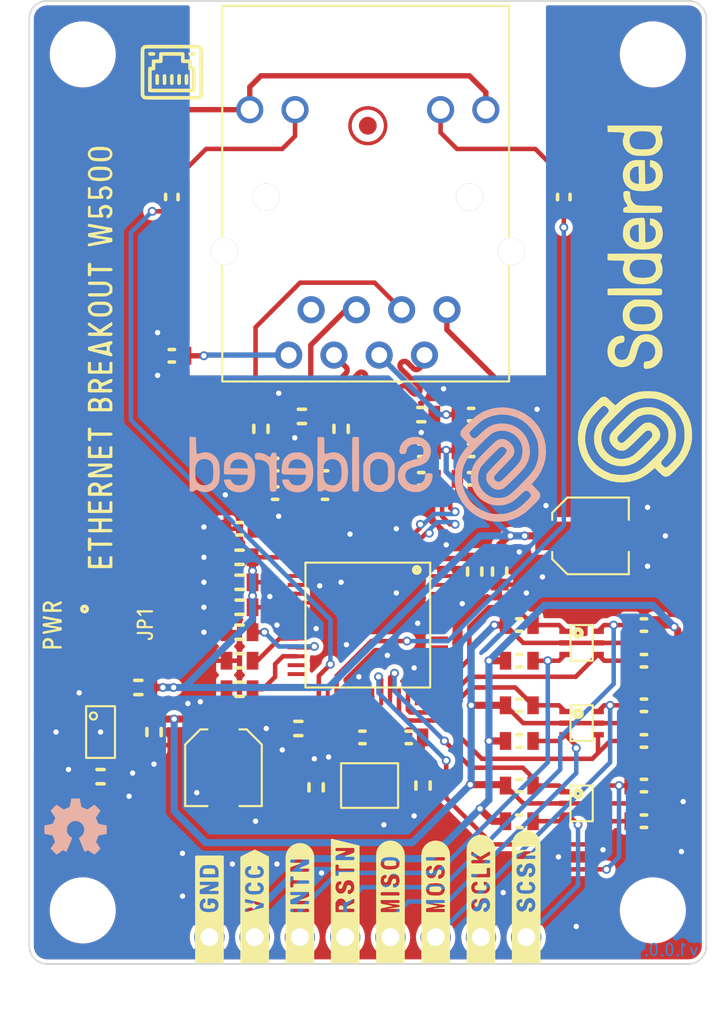
<source format=kicad_pcb>
(kicad_pcb (version 20210623) (generator pcbnew)
  (layers (0 "F.Cu" signal) (31 "B.Cu" signal) (34 "B.Paste" user) (35 "F.Paste" user) (36 "B.SilkS" user "B.Silkscreen") (37 "F.SilkS" user "F.Silkscreen") (38 "B.Mask" user) (39 "F.Mask" user) (44 "Edge.Cuts" user))
  (net 0 "")
  (net 1 "3V3_A")
  (net 2 "GND")
  (net 3 "Net-(C7-Pad2)")
  (net 4 "Net-(C11-Pad2)")
  (net 5 "Net-(C12-Pad2)")
  (net 6 "Net-(C13-Pad2)")
  (net 7 "3V3")
  (net 8 "Net-(C16-Pad2)")
  (net 9 "Net-(C17-Pad2)")
  (net 10 "VCC")
  (net 11 "Net-(D1-Pad1)")
  (net 12 "Net-(JP1-Pad2)")
  (net 14 "CGND")
  (net 15 "Net-(K1-Pad10)")
  (net 16 "Net-(K1-Pad11)")
  (net 17 "RSTn_H")
  (net 18 "INTn_H")
  (net 19 "SCSn_H")
  (net 20 "SCLK_H")
  (net 21 "MISO_H")
  (net 22 "MOSI_H")
  (net 23 "Net-(R5-Pad2)")
  (net 24 "LINKLED")
  (net 25 "ACTLED")
  (net 26 "Net-(R14-Pad2)")
  (net 27 "SCSn_L")
  (net 28 "MISO_L")
  (net 29 "INTn_L")
  (net 30 "SCLK_L")
  (net 31 "MOSI_L")
  (net 32 "RSTn_L")
  (net 45 "PMODE2")
  (net 46 "PMODE1")
  (net 47 "PMODE0")
  (net 51 "TX-")
  (net 52 "TX+")
  (net 53 "RX-")
  (net 54 "RX+")
  (net 55 "/RXN")
  (net 56 "/RXP")
  (net 57 "/TXP")
  (net 58 "/TXN")
  (net 59 "Net-(C9-Pad2)")
  (net 60 "Net-(C10-Pad2)")
  (footprint "buzzardLabel" (layer "F.Cu") (at 112.65 130.4 90)
    (fp_text reference "")
    (fp_text value "")
  )
  (footprint "e-radionica.com footprinti:0603R" (layer "F.Cu") (at 127.5 113)
    (fp_text reference "R22")
    (fp_text value "10k")
  )
  (footprint "e-radionica.com footprinti:0603R" (layer "F.Cu") (at 134.5 122 180)
    (fp_text reference "R24")
    (fp_text value "10k")
  )
  (footprint "Soldered Graphics:Logo-Back-OSH-3.5mm" (layer "F.Cu") (at 102.6 122.3)
    (fp_text reference "G***" hide)
    (fp_text value "LOGO" hide)
  )
  (footprint "e-radionica.com footprinti:0603C" (layer "F.Cu") (at 111.8 107.2)
    (fp_text reference "C4")
    (fp_text value "100n")
  )
  (footprint "e-radionica.com footprinti:0603R" (layer "F.Cu") (at 122 101.2)
    (fp_text reference "R6")
    (fp_text value "49R9 1%")
  )
  (footprint "e-radionica.com footprinti:0603R" (layer "F.Cu") (at 108 95.9)
    (fp_text reference "R16")
    (fp_text value "0R")
  )
  (footprint "e-radionica.com footprinti:0603R" (layer "F.Cu") (at 127.5 111 180)
    (fp_text reference "R21")
    (fp_text value "10k")
  )
  (footprint "e-radionica.com footprinti:HOLE_3.2mm" (layer "F.Cu") (at 103 127)
    (fp_text reference "H1" hide)
    (fp_text value "HOLE_3.2mm" hide)
  )
  (footprint "e-radionica.com footprinti:0603R" (layer "F.Cu") (at 134.5 117.5 180)
    (fp_text reference "R26")
    (fp_text value "10k")
  )
  (footprint "e-radionica.com footprinti:WIZnet W5500" (layer "F.Cu") (at 119 111 -90)
    (fp_text reference "U1")
    (fp_text value "WIZnet_W5500")
  )
  (footprint "e-radionica.com footprinti:0603C" (layer "F.Cu") (at 117.5 100 -90)
    (fp_text reference "C9")
    (fp_text value "6n8")
  )
  (footprint "e-radionica.com footprinti:0603C" (layer "F.Cu") (at 111.8 113)
    (fp_text reference "C12")
    (fp_text value "4u7")
  )
  (footprint "e-radionica.com footprinti:0603C" (layer "F.Cu") (at 111.8 111.4)
    (fp_text reference "C8")
    (fp_text value "100n")
  )
  (footprint "buzzardLabel" (layer "F.Cu") (at 101.3 111 90)
    (fp_text reference "")
    (fp_text value "")
  )
  (footprint "e-radionica.com footprinti:0603C" (layer "F.Cu") (at 104 119.5 180)
    (fp_text reference "C18")
    (fp_text value "2.2uF")
  )
  (footprint "e-radionica.com footprinti:0603R" (layer "F.Cu") (at 134.5 120)
    (fp_text reference "R23")
    (fp_text value "10k")
  )
  (footprint "e-radionica.com footprinti:ELECTROLITIC_CAP_4mm" (layer "F.Cu") (at 110.9 119 -90)
    (fp_text reference "C15")
    (fp_text value "EDK106M016A9BAA")
  )
  (footprint "e-radionica.com footprinti:0603C" (layer "F.Cu") (at 126.4 108 90)
    (fp_text reference "C3")
    (fp_text value "100n")
  )
  (footprint "buzzardLabel" (layer "F.Cu") (at 122.81 130.4 90)
    (fp_text reference "")
    (fp_text value "")
  )
  (footprint "e-radionica.com footprinti:0603C" (layer "F.Cu") (at 111.8 110)
    (fp_text reference "C6")
    (fp_text value "100n")
  )
  (footprint "e-radionica.com footprinti:0603R" (layer "F.Cu") (at 124.8 99.2)
    (fp_text reference "R10")
    (fp_text value "10R 1%")
  )
  (footprint "e-radionica.com footprinti:HOLE_3.2mm" (layer "F.Cu") (at 103 79)
    (fp_text reference "H3" hide)
    (fp_text value "HOLE_3.2mm" hide)
  )
  (footprint "buzzardLabel" (layer "F.Cu") (at 110.11 130.4 90)
    (fp_text reference "")
    (fp_text value "")
  )
  (footprint "e-radionica.com footprinti:HOLE_3.2mm" (layer "F.Cu") (at 135 127)
    (fp_text reference "H2" hide)
    (fp_text value "HOLE_3.2mm" hide)
  )
  (footprint "e-radionica.com footprinti:0603R" (layer "F.Cu") (at 130 87 -90)
    (fp_text reference "R12")
    (fp_text value "330R")
  )
  (footprint "e-radionica.com footprinti:0603R" (layer "F.Cu") (at 127.5 117.5)
    (fp_text reference "R20")
    (fp_text value "10k")
  )
  (footprint "e-radionica.com footprinti:0603L" (layer "F.Cu") (at 106.1 114.5)
    (fp_text reference "L1")
    (fp_text value "MMZ1608S601ATA00")
  )
  (footprint "e-radionica.com footprinti:0603R" (layer "F.Cu") (at 118.7 117.3)
    (fp_text reference "R14")
    (fp_text value "1M")
  )
  (footprint "e-radionica.com footprinti:0603R" (layer "F.Cu") (at 108 87 -90)
    (fp_text reference "R11")
    (fp_text value "330R")
  )
  (footprint "e-radionica.com footprinti:0603R" (layer "F.Cu") (at 121.3 117.3 180)
    (fp_text reference "R15")
    (fp_text value "0R")
  )
  (footprint "e-radionica.com footprinti:0603C" (layer "F.Cu") (at 111.8 114.6)
    (fp_text reference "C13")
    (fp_text value "10n")
  )
  (footprint "e-radionica.com footprinti:SMD-JUMPER-CONNECTED_TRACE_SLODERMASK" (layer "F.Cu") (at 105.3 111 90)
    (fp_text reference "JP1")
    (fp_text value "SMD-JUMPER-CONNECTED_TRACE_SLODERMASK")
  )
  (footprint "e-radionica.com footprinti:0603C" (layer "F.Cu") (at 122.1 120 90)
    (fp_text reference "C17")
    (fp_text value "18pF")
  )
  (footprint "e-radionica.com footprinti:0603C" (layer "F.Cu") (at 116.1 120.1 -90)
    (fp_text reference "C16")
    (fp_text value "18pF")
  )
  (footprint "buzzardLabel" (layer "F.Cu") (at 104 96 90)
    (fp_text reference "")
    (fp_text value "")
  )
  (footprint "e-radionica.com footprinti:0603R" (layer "F.Cu") (at 116.6 103.6)
    (fp_text reference "R3")
    (fp_text value "33R")
  )
  (footprint "e-radionica.com footprinti:SOT-23-5" (layer "F.Cu") (at 104 117)
    (fp_text reference "U2")
    (fp_text value "SE5218")
  )
  (footprint "Soldered Graphics:Symbol-Front-Ethernet" (layer "F.Cu") (at 108 80 180)
    (fp_text reference "G***" hide)
    (fp_text value "LOGO" hide)
  )
  (footprint "e-radionica.com footprinti:0603C" (layer "F.Cu") (at 107 117 90)
    (fp_text reference "C19")
    (fp_text value "2.2uF")
  )
  (footprint "e-radionica.com footprinti:0402R" (layer "F.Cu") (at 103.8 111 -90)
    (fp_text reference "R13")
    (fp_text value "2k2")
  )
  (footprint "e-radionica.com footprinti:0603R" (layer "F.Cu") (at 113.8 103.6 180)
    (fp_text reference "R4")
    (fp_text value "33R")
  )
  (footprint "e-radionica.com footprinti:CRYSTAL_3225__4_PAD" (layer "F.Cu") (at 119.1 120)
    (fp_text reference "X1")
    (fp_text value "TSX-3225 25.0000MF10P-C3")
  )
  (footprint "e-radionica.com footprinti:0603R" (layer "F.Cu") (at 127.5 115.5 180)
    (fp_text reference "R19")
    (fp_text value "10k")
  )
  (footprint "e-radionica.com footprinti:HEADER_MALE_8X1" (layer "F.Cu") (at 119 128.5)
    (fp_text reference "K2")
    (fp_text value "HEADER_MALE_8X1")
  )
  (footprint "e-radionica.com footprinti:ELECTROLITIC_CAP_4mm" (layer "F.Cu") (at 131.5 106)
    (fp_text reference "C1")
    (fp_text value "EDK106M016A9BAA")
  )
  (footprint "Soldered Graphics:Logo-Front-SolderedFULL-20mm" (layer "F.Cu") (at 134 93 90)
    (fp_text reference "REF**" hide)
    (fp_text value "Logo-Front-SolderedFULL-20mm" hide)
  )
  (footprint "e-radionica.com footprinti:0603C" (layer "F.Cu") (at 113 100 -90)
    (fp_text reference "C10")
    (fp_text value "6n8")
  )
  (footprint "e-radionica.com footprinti:0603R" (layer "F.Cu") (at 122 102.8 180)
    (fp_text reference "R1")
    (fp_text value "33R")
  )
  (footprint "Soldered Graphics:Logo-Back-SolderedFULL-20mm" (layer "F.Cu") (at 119 102)
    (fp_text reference "REF**" hide)
    (fp_text value "Logo-Front-SolderedFULL-20mm" hide)
  )
  (footprint "buzzardLabel" (layer "F.Cu") (at 127.89 130.4 90)
    (fp_text reference "")
    (fp_text value "")
  )
  (footprint "e-radionica.com footprinti:0603R" (layer "F.Cu") (at 124.8 101.2 180)
    (fp_text reference "R8")
    (fp_text value "49R9 1%")
  )
  (footprint "e-radionica.com footprinti:0603C" (layer "F.Cu") (at 125 108 90)
    (fp_text reference "C2")
    (fp_text value "100n")
  )
  (footprint "buzzardLabel" (layer "F.Cu") (at 125.35 130.4 90)
    (fp_text reference "")
    (fp_text value "")
  )
  (footprint "buzzardLabel" (layer "F.Cu") (at 106.5 111 90)
    (fp_text reference "")
    (fp_text value "")
  )
  (footprint "e-radionica.com footprinti:0603R" (layer "F.Cu") (at 124.8 102.8)
    (fp_text reference "R2")
    (fp_text value "33R")
  )
  (footprint "e-radionica.com footprinti:0603R" (layer "F.Cu") (at 127.5 122)
    (fp_text reference "R18")
    (fp_text value "10k")
  )
  (footprint "buzzardLabel" (layer "F.Cu") (at 117.73 130.4 90)
    (fp_text reference "")
    (fp_text value "")
  )
  (footprint "e-radionica.com footprinti:0603R" (layer "F.Cu") (at 134.5 111)
    (fp_text reference "R27")
    (fp_text value "10k")
  )
  (footprint "e-radionica.com footprinti:0603R" (layer "F.Cu") (at 116.6 102)
    (fp_text reference "R9")
    (fp_text value "49R9 1%")
  )
  (footprint "e-radionica.com footprinti:SOT-363" (layer "F.Cu") (at 131 121)
    (fp_text reference "U3")
    (fp_text value "NMOS-DUAL")
  )
  (footprint "e-radionica.com footprinti:0603R" (layer "F.Cu") (at 134.5 115.5)
    (fp_text reference "R25")
    (fp_text value "10k")
  )
  (footprint "buzzardLabel" (layer "F.Cu") (at 115.19 130.4 90)
    (fp_text reference "")
    (fp_text value "")
  )
  (footprint "e-radionica.com footprinti:0603R" (layer "F.Cu") (at 113.8 102 180)
    (fp_text reference "R7")
    (fp_text value "49R9 1%")
  )
  (footprint "e-radionica.com footprinti:FIDUCIAL_23" (layer "F.Cu") (at 119 83)
    (fp_text reference "FD1")
    (fp_text value "FIDUCIAL")
  )
  (footprint "e-radionica.com footprinti:0603R" (layer "F.Cu") (at 111.8 105.6)
    (fp_text reference "R5")
    (fp_text value "12k4_1%")
  )
  (footprint "e-radionica.com footprinti:0603C" (layer "F.Cu") (at 115.1 116.8)
    (fp_text reference "C14")
    (fp_text value "100n")
  )
  (footprint "e-radionica.com footprinti:0603R" (layer "F.Cu") (at 127.5 120 180)
    (fp_text reference "R17")
    (fp_text value "10k")
  )
  (footprint "e-radionica.com footprinti:HR913550A" (layer "F.Cu") (at 119 87)
    (fp_text reference "K1")
    (fp_text value "HR_913550A")
  )
  (footprint "e-radionica.com footprinti:SOT-363" (layer "F.Cu") (at 131 116.5)
    (fp_text reference "U4")
    (fp_text value "NMOS-DUAL")
  )
  (footprint "e-radionica.com footprinti:0402LED" (layer "F.Cu") (at 102.5 111 90)
    (fp_text reference "D1")
    (fp_text value "purple")
  )
  (footprint "e-radionica.com footprinti:SOT-363" (layer "F.Cu") (at 131 112)
    (fp_text reference "U5")
    (fp_text value "NMOS-DUAL")
  )
  (footprint "e-radionica.com footprinti:0603C" (layer "F.Cu") (at 111.8 108.6)
    (fp_text reference "C5")
    (fp_text value "100n")
  )
  (footprint "e-radionica.com footprinti:0603C" (layer "F.Cu") (at 115.3 99.3)
    (fp_text reference "C7")
    (fp_text value "10n")
  )
  (footprint "buzzardLabel" (layer "F.Cu") (at 120.27 130.4 90)
    (fp_text reference "")
    (fp_text value "")
  )
  (footprint "e-radionica.com footprinti:HOLE_3.2mm" (layer "F.Cu") (at 135 79)
    (fp_text reference "H4" hide)
    (fp_text value "HOLE_3.2mm" hide)
  )
  (footprint "e-radionica.com footprinti:0603C" (layer "F.Cu") (at 122 99.2)
    (fp_text reference "C11")
    (fp_text value "22n")
  )
  (footprint "e-radionica.com footprinti:0603R" (layer "F.Cu") (at 134.5 113 180)
    (fp_text reference "R28")
    (fp_text value "10k")
  )
  (footprint "Soldered Graphics:Version1.0.0." (layer "B.Cu") (at 136 129.2 180)
    (fp_text reference "Ref**" hide)
    (fp_text value "Val**" hide)
  )
  (gr_line (start 101 76) (end 137 76) (layer "Edge.Cuts") (width 0.1))
  (gr_arc (start 137 129) (end 137 130) (angle -90) (layer "Edge.Cuts") (width 0.1))
  (gr_arc (start 137 77) (end 137 76) (angle 90) (layer "Edge.Cuts") (width 0.1))
  (gr_line (start 100 129) (end 100 77) (layer "Edge.Cuts") (width 0.1))
  (gr_line (start 138 77) (end 138 129) (layer "Edge.Cuts") (width 0.1))
  (gr_arc (start 101 77) (end 101 76) (angle -90) (layer "Edge.Cuts") (width 0.1))
  (gr_line (start 137 130) (end 101 130) (layer "Edge.Cuts") (width 0.1))
  (gr_arc (start 101 129) (end 101 130) (angle 90) (layer "Edge.Cuts") (width 0.1))
  (segment (start 106.85 114.5) (end 107.5 114.5) (width 0.4) (layer "F.Cu") (net 1))
  (segment (start 115 110.25) (end 113.45 110.25) (width 0.254) (layer "F.Cu") (net 1))
  (segment (start 113.2 111.4) (end 112.53 111.4) (width 0.254) (layer "F.Cu") (net 1))
  (segment (start 116.013022 108) (end 115.213022 107.2) (width 0.254) (layer "F.Cu") (net 1))
  (segment (start 114.35 109.25) (end 113.7 108.6) (width 0.254) (layer "F.Cu") (net 1))
  (segment (start 118.25 108.05) (end 118.5 108.3) (width 0.254) (layer "F.Cu") (net 1))
  (segment (start 115 109.25) (end 114.35 109.25) (width 0.254) (layer "F.Cu") (net 1))
  (segment (start 112.53 107.97) (end 112.53 109.37) (width 0.4) (layer "F.Cu") (net 1))
  (segment (start 127.8 106) (end 127 106) (width 0.4) (layer "F.Cu") (net 1))
  (segment (start 125 107.27) (end 122.600489 107.27) (width 0.3) (layer "F.Cu") (net 1))
  (segment (start 113.45 110.25) (end 113.2 110) (width 0.254) (layer "F.Cu") (net 1))
  (segment (start 120.25 107) (end 120.25 107.85) (width 0.254) (layer "F.Cu") (net 1))
  (segment (start 115.213022 107.2) (end 112.53 107.2) (width 0.254) (layer "F.Cu") (net 1))
  (segment (start 115.95 112.25) (end 116 112.2) (width 0.254) (layer "F.Cu") (net 1))
  (segment (start 108.1 114.5) (end 107.5 114.5) (width 0.4) (layer "F.Cu") (net 1))
  (segment (start 126.4 107.27) (end 125 107.27) (width 0.4) (layer "F.Cu") (net 1))
  (segment (start 116.6 108) (end 116.013022 108) (width 0.254) (layer "F.Cu") (net 1))
  (segment (start 121.570489 108.3) (end 118.5 108.3) (width 0.3) (layer "F.Cu") (net 1))
  (segment (start 115 112.25) (end 115.95 112.25) (width 0.254) (layer "F.Cu") (net 1))
  (segment (start 126.4 106.5) (end 126.4 107.27) (width 0.4) (layer "F.Cu") (net 1))
  (segment (start 113.7 108.6) (end 112.53 108.6) (width 0.254) (layer "F.Cu") (net 1))
  (segment (start 127 106) (end 126.9 106) (width 0.4) (layer "F.Cu") (net 1))
  (segment (start 124.025 101.075) (end 125 100.1) (width 0.3) (layer "F.Cu") (net 1))
  (segment (start 112.53 109.37) (end 112.53 111.4) (width 0.4) (layer "F.Cu") (net 1))
  (segment (start 126.9 106) (end 126.4 106.5) (width 0.4) (layer "F.Cu") (net 1))
  (segment (start 112.53 107.2) (end 112.53 107.97) (width 0.4) (layer "F.Cu") (net 1))
  (segment (start 113.2 110) (end 112.53 110) (width 0.254) (layer "F.Cu") (net 1))
  (segment (start 118.25 107) (end 118.25 108.05) (width 0.254) (layer "F.Cu") (net 1))
  (segment (start 120.25 107.85) (end 120.7 108.3) (width 0.254) (layer "F.Cu") (net 1))
  (segment (start 116.75 107.85) (end 116.6 108) (width 0.254) (layer "F.Cu") (net 1))
  (segment (start 116.75 107) (end 116.75 107.85) (width 0.254) (layer "F.Cu") (net 1))
  (segment (start 125 100.1) (end 125.575 99.525) (width 0.3) (layer "F.Cu") (net 1))
  (segment (start 124.025 101.2) (end 124.025 101.075) (width 0.3) (layer "F.Cu") (net 1))
  (segment (start 122.600489 107.27) (end 121.570489 108.3) (width 0.3) (layer "F.Cu") (net 1))
  (segment (start 125.575 99.525) (end 125.575 99.2) (width 0.3) (layer "F.Cu") (net 1))
  (segment (start 122.775 101.2) (end 124.025 101.2) (width 0.3) (layer "F.Cu") (net 1))
  (segment (start 127.8 106) (end 129.7 106) (width 0.4) (layer "F.Cu") (net 1))
  (via (at 112.53 109.37) (size 0.5) (drill 0.3) (layers "F.Cu" "B.Cu") (net 1))
  (via (at 127.8 106) (size 0.5) (drill 0.3) (layers "F.Cu" "B.Cu") (net 1))
  (via (at 113.2 111.4) (size 0.5) (drill 0.3) (layers "F.Cu" "B.Cu") (net 1))
  (via (at 116 112.2) (size 0.5) (drill 0.3) (layers "F.Cu" "B.Cu") (net 1))
  (via (at 108.1 114.5) (size 0.5) (drill 0.3) (layers "F.Cu" "B.Cu") (net 1))
  (via (at 127 106) (size 0.5) (drill 0.3) (layers "F.Cu" "B.Cu") (net 1))
  (via (at 107.5 114.5) (size 0.5) (drill 0.3) (layers "F.Cu" "B.Cu") (net 1))
  (via (at 112.53 107.97) (size 0.5) (drill 0.3) (layers "F.Cu" "B.Cu") (net 1))
  (via (at 123.4 101.2) (size 0.5) (drill 0.3) (layers "F.Cu" "B.Cu") (net 1))
  (segment (start 114 112.2) (end 113.2 111.4) (width 0.254) (layer "B.Cu") (net 1))
  (segment (start 125.3 106) (end 127.8 106) (width 0.4) (layer "B.Cu") (net 1))
  (segment (start 112.53 109.37) (end 112.53 107.97) (width 0.4) (layer "B.Cu") (net 1))
  (segment (start 108.7 114.5) (end 112.53 110.67) (width 0.4) (layer "B.Cu") (net 1))
  (segment (start 108.7 114.5) (end 116.8 114.5) (width 0.4) (layer "B.Cu") (net 1))
  (segment (start 116 112.2) (end 114 112.2) (width 0.254) (layer "B.Cu") (net 1))
  (segment (start 116.8 114.5) (end 125.3 106) (width 0.4) (layer "B.Cu") (net 1))
  (segment (start 112.53 110.67) (end 112.53 109.37) (width 0.4) (layer "B.Cu") (net 1))
  (segment (start 123.4 101.2) (end 123.4 102.4) (width 0.3) (layer "B.Cu") (net 1))
  (segment (start 123.4 102.4) (end 127 106) (width 0.3) (layer "B.Cu") (net 1))
  (segment (start 107.5 114.5) (end 108.1 114.5) (width 0.4) (layer "B.Cu") (net 1))
  (segment (start 108.1 114.5) (end 108.7 114.5) (width 0.4) (layer "B.Cu") (net 1))
  (via (at 118.5 113.9) (size 0.5) (drill 0.3) (layers "F.Cu" "B.Cu") (net 2))
  (via (at 120.6 105.6) (size 0.5) (drill 0.3) (layers "F.Cu" "B.Cu") (net 2))
  (via (at 128.8 108.3) (size 0.5) (drill 0.3) (layers "F.Cu" "B.Cu") (net 2))
  (via (at 129 104.3) (size 0.5) (drill 0.3) (layers "F.Cu" "B.Cu") (net 2))
  (via (at 114 98) (size 0.5) (drill 0.3) (layers "F.Cu" "B.Cu") (net 2))
  (via (at 128.5 98.9) (size 0.5) (drill 0.3) (layers "F.Cu" "B.Cu") (net 2))
  (via (at 109.8 105.5) (size 0.5) (drill 0.3) (layers "F.Cu" "B.Cu") (net 2))
  (via (at 121.6 121.7) (size 0.5) (drill 0.3) (layers "F.Cu" "B.Cu") (net 2))
  (via (at 116.4 124.9) (size 0.5) (drill 0.3) (layers "F.Cu" "B.Cu") (net 2))
  (via (at 123.4 106.5) (size 0.5) (drill 0.3) (layers "F.Cu" "B.Cu") (net 2))
  (via (at 113.5 109.4) (size 0.5) (drill 0.3) (layers "F.Cu" "B.Cu") (net 2))
  (via (at 121.8 110.9) (size 0.5) (drill 0.3) (layers "F.Cu" "B.Cu") (net 2))
  (via (at 135.7 106) (size 0.5) (drill 0.3) (layers "F.Cu" "B.Cu") (net 2))
  (via (at 124.3 109.8) (size 0.5) (drill 0.3) (layers "F.Cu" "B.Cu") (net 2))
  (via (at 130.7 127.9) (size 0.5) (drill 0.3) (layers "F.Cu" "B.Cu") (net 2))
  (via (at 108.6 123.8) (size 0.5) (drill 0.3) (layers "F.Cu" "B.Cu") (net 2))
  (via (at 134.7 104.4) (size 0.5) (drill 0.3) (layers "F.Cu" "B.Cu") (net 2))
  (via (at 129.7 124) (size 0.5) (drill 0.3) (layers "F.Cu" "B.Cu") (net 2))
  (via (at 105.6 120.6) (size 0.5) (drill 0.3) (layers "F.Cu" "B.Cu") (net 2))
  (via (at 111 103.7) (size 0.5) (drill 0.3) (layers "F.Cu" "B.Cu") (net 2))
  (via (at 117.8 112.1) (size 0.5) (drill 0.3) (layers "F.Cu" "B.Cu") (net 2))
  (via (at 109.4 120.4) (size 0.5) (drill 0.3) (layers "F.Cu" "B.Cu") (net 2))
  (via (at 116 118.5) (size 0.5) (drill 0.3) (layers "F.Cu" "B.Cu") (net 2))
  (via (at 121.6 113.4) (size 0.5) (drill 0.3) (layers "F.Cu" "B.Cu") (net 2))
  (via (at 120.6 109.2) (size 0.5) (drill 0.3) (layers "F.Cu" "B.Cu") (net 2))
  (via (at 119.9 122.2) (size 0.5) (drill 0.3) (layers "F.Cu" "B.Cu") (net 2))
  (via (at 104 117) (size 0.5) (drill 0.3) (layers "F.Cu" "B.Cu") (net 2))
  (via (at 134.7 107.7) (size 0.5) (drill 0.3) (layers "F.Cu" "B.Cu") (net 2))
  (via (at 109.8 108.6) (size 0.5) (drill 0.3) (layers "F.Cu" "B.Cu") (net 2))
  (via (at 113.9 111) (size 0.5) (drill 0.3) (layers "F.Cu" "B.Cu") (net 2))
  (via (at 111.4 124.4) (size 0.5) (drill 0.3) (layers "F.Cu" "B.Cu") (net 2))
  (via (at 109.8 110) (size 0.5) (drill 0.3) (layers "F.Cu" "B.Cu") (net 2))
  (via (at 116.8 118.4) (size 0.5) (drill 0.3) (layers "F.Cu" "B.Cu") (net 2))
  (via (at 107.2 97) (size 0.5) (drill 0.3) (layers "F.Cu" "B.Cu") (net 2))
  (via (at 109.8 111.4) (size 0.5) (drill 0.3) (layers "F.Cu" "B.Cu") (net 2))
  (via (at 114.2 118) (size 0.5) (drill 0.3) (layers "F.Cu" "B.Cu") (net 2))
  (via (at 107.2 94.6) (size 0.5) (drill 0.3) (layers "F.Cu" "B.Cu") (net 2))
  (via (at 102.2 119.1) (size 0.5) (drill 0.3) (layers "F.Cu" "B.Cu") (net 2))
  (via (at 101.5 117) (size 0.5) (drill 0.3) (layers "F.Cu" "B.Cu") (net 2))
  (via (at 108.6 126.2) (size 0.5) (drill 0.3) (layers "F.Cu" "B.Cu") (net 2))
  (via (at 114.9 100.5) (size 0.5) (drill 0.3) (layers "F.Cu" "B.Cu") (net 2))
  (via (at 105.8 119.3) (size 0.5) (drill 0.3) (layers "F.Cu" "B.Cu") (net 2))
  (via (at 109.6 115.3) (size 0.5) (drill 0.3) (layers "F.Cu" "B.Cu") (net 2))
  (via (at 102.8 114.8) (size 0.5) (drill 0.3) (layers "F.Cu" "B.Cu") (net 2))
  (via (at 127.9 109.2) (size 0.5) (drill 0.3) (layers "F.Cu" "B.Cu") (net 2))
  (via (at 116.3 108.8) (size 0.5) (drill 0.3) (layers "F.Cu" "B.Cu") (net 2))
  (via (at 123.25 97.75) (size 0.5) (drill 0.3) (layers "F.Cu" "B.Cu") (net 2))
  (via (at 127.5 106.9) (size 0.5) (drill 0.3) (layers "F.Cu" "B.Cu") (net 2))
  (via (at 136.7 120.9) (size 0.5) (drill 0.3) (layers "F.Cu" "B.Cu") (net 2))
  (via (at 132.2 123.6) (size 0.5) (drill 0.3) (layers "F.Cu" "B.Cu") (net 2))
  (via (at 120.1 112.7) (size 0.5) (drill 0.3) (layers "F.Cu" "B.Cu") (net 2))
  (via (at 136.6 123.7) (size 0.5) (drill 0.3) (layers "F.Cu" "B.Cu") (net 2))
  (via (at 112.7 122) (size 0.5) (drill 0.3) (layers "F.Cu" "B.Cu") (net 2))
  (via (at 113.9 124.4) (size 0.5) (drill 0.3) (layers "F.Cu" "B.Cu") (net 2))
  (via (at 126.6 126) (size 0.5) (drill 0.3) (layers "F.Cu" "B.Cu") (net 2))
  (via (at 108.9 115.4) (size 0.5) (drill 0.3) (layers "F.Cu" "B.Cu") (net 2))
  (via (at 116.1 111.2) (size 0.5) (drill 0.3) (layers "F.Cu" "B.Cu") (net 2))
  (via (at 114 104.9) (size 0.5) (drill 0.3) (layers "F.Cu" "B.Cu") (net 2))
  (via (at 113.3 116.8) (size 0.5) (drill 0.3) (layers "F.Cu" "B.Cu") (net 2))
  (via (at 122 100.2) (size 0.5) (drill 0.3) (layers "F.Cu" "B.Cu") (net 2))
  (via (at 109.8 107.2) (size 0.5) (drill 0.3) (layers "F.Cu" "B.Cu") (net 2))
  (via (at 107 118.8) (size 0.5) (drill 0.3) (layers "F.Cu" "B.Cu") (net 2))
  (via (at 118 105.9) (size 0.5) (drill 0.3) (layers "F.Cu" "B.Cu") (net 2))
  (via (at 117.5 108.6) (size 0.5) (drill 0.3) (layers "F.Cu" "B.Cu") (net 2))
  (segment (start 118.36 93.32) (end 117.78 93.32) (width 0.3) (layer "F.Cu") (net 3))
  (segment (start 115.8 95.3) (end 115.8 97.9) (width 0.3) (layer "F.Cu") (net 3))
  (segment (start 116.03 100.67) (end 116.03 99.3) (width 0.3) (layer "F.Cu") (net 3))
  (segment (start 114.575 102) (end 115.825 102) (width 0.3) (layer "F.Cu") (net 3))
  (segment (start 115.8 97.9) (end 116.03 98.13) (width 0.3) (layer "F.Cu") (net 3))
  (segment (start 117.78 93.32) (end 115.8 95.3) (width 0.3) (layer "F.Cu") (net 3))
  (segment (start 116.03 98.13) (end 116.03 99.3) (width 0.3) (layer "F.Cu") (net 3))
  (segment (start 115.825 100.875) (end 116.03 100.67) (width 0.3) (layer "F.Cu") (net 3))
  (segment (start 115.825 102) (end 115.825 100.875) (width 0.3) (layer "F.Cu") (net 3))
  (segment (start 124.025 99.2) (end 123.4 99.2) (width 0.3) (layer "F.Cu") (net 4))
  (segment (start 123.4 99.2) (end 122.73 99.2) (width 0.3) (layer "F.Cu") (net 4))
  (via (at 123.4 99.2) (size 0.5) (drill 0.3) (layers "F.Cu" "B.Cu") (net 4))
  (segment (start 122.98 99.2) (end 123.4 99.2) (width 0.3) (layer "B.Cu") (net 4))
  (segment (start 119.64 95.86) (end 122.98 99.2) (width 0.3) (layer "B.Cu") (net 4))
  (segment (start 114.05 111.75) (end 112.8 113) (width 0.254) (layer "F.Cu") (net 5))
  (segment (start 115 111.75) (end 114.05 111.75) (width 0.254) (layer "F.Cu") (net 5))
  (segment (start 112.8 113) (end 112.53 113) (width 0.254) (layer "F.Cu") (net 5))
  (segment (start 113.8 113.186978) (end 113.8 113.9) (width 0.254) (layer "F.Cu") (net 6))
  (segment (start 113.8 113.9) (end 113.1 114.6) (width 0.254) (layer "F.Cu") (net 6))
  (segment (start 113.1 114.6) (end 112.53 114.6) (width 0.254) (layer "F.Cu") (net 6))
  (segment (start 115 112.75) (end 114.236978 112.75) (width 0.254) (layer "F.Cu") (net 6))
  (segment (start 114.236978 112.75) (end 113.8 113.186978) (width 0.254) (layer "F.Cu") (net 6))
  (segment (start 124.8 115.5) (end 126.725 115.5) (width 0.4) (layer "F.Cu") (net 7))
  (segment (start 112.4 115.7) (end 115.4 115.7) (width 0.4) (layer "F.Cu") (net 7))
  (segment (start 105.3 116.05) (end 105.3 114.59) (width 0.4) (layer "F.Cu") (net 7))
  (segment (start 131.92 112) (end 134.6 112) (width 0.254) (layer "F.Cu") (net 7))
  (segment (start 131.92 116.5) (end 130.08 116.5) (width 0.254) (layer "F.Cu") (net 7))
  (segment (start 115.83 116.13) (end 115.83 116.8) (width 0.4) (layer "F.Cu") (net 7))
  (segment (start 103.9 86.9) (end 108.7 82.1) (width 0.3) (layer "F.Cu") (net 7))
  (segment (start 130.08 121) (end 131.92 121) (width 0.254) (layer "F.Cu") (net 7))
  (segment (start 110.9 117.2) (end 112.4 115.7) (width 0.4) (layer "F.Cu") (net 7))
  (segment (start 134.6 112) (end 135.275 112.675) (width 0.254) (layer "F.Cu") (net 7))
  (segment (start 108.97 116.27) (end 107 116.27) (width 0.4) (layer "F.Cu") (net 7))
  (segment (start 106.78 116.05) (end 107 116.27) (width 0.4) (layer "F.Cu") (net 7))
  (segment (start 115.4 115.7) (end 115.83 116.13) (width 0.4) (layer "F.Cu") (net 7))
  (segment (start 113 80.2) (end 112.375 80.825) (width 0.3) (layer "F.Cu") (net 7))
  (segment (start 135.275 121.675) (end 135.275 122) (width 0.254) (layer "F.Cu") (net 7))
  (segment (start 109.9 117.2) (end 108.97 116.27) (width 0.4) (layer "F.Cu") (net 7))
  (segment (start 105.3 111.35) (end 105.39 111.44) (width 0.3) (layer "F.Cu") (net 7))
  (segment (start 134.6 116.5) (end 135.275 117.175) (width 0.254) (layer "F.Cu") (net 7))
  (segment (start 135.275 112.675) (end 135.275 113) (width 0.254) (layer "F.Cu") (net 7))
  (segment (start 107 111.4) (end 107 108.6) (width 0.3) (layer "F.Cu") (net 7))
  (segment (start 130.08 121) (end 127.725 121) (width 0.254) (layer "F.Cu") (net 7))
  (segment (start 105.39 111.44) (end 105.39 113.01) (width 0.3) (layer "F.Cu") (net 7))
  (segment (start 110.9 117.2) (end 109.9 117.2) (width 0.4) (layer "F.Cu") (net 7))
  (segment (start 134.6 121) (end 135.275 121.675) (width 0.254) (layer "F.Cu") (net 7))
  (segment (start 130.08 112) (end 127.725 112) (width 0.254) (layer "F.Cu") (net 7))
  (segment (start 126.1 111) (end 126.725 111) (width 0.4) (layer "F.Cu") (net 7))
  (segment (start 105.3 114.59) (end 105.39 114.5) (width 0.4) (layer "F.Cu") (net 7))
  (segment (start 107 108.6) (end 103.9 105.5) (width 0.3) (layer "F.Cu") (net 7))
  (segment (start 124.75 119.95) (end 126.675 119.95) (width 0.4) (layer "F.Cu") (net 7))
  (segment (start 116.6 116.8) (end 115.83 116.8) (width 0.254) (layer "F.Cu") (net 7))
  (segment (start 130.08 116.5) (end 127.725 116.5) (width 0.254) (layer "F.Cu") (net 7))
  (segment (start 103.9 105.5) (end 103.9 86.9) (width 0.3) (layer "F.Cu") (net 7))
  (segment (start 131.92 112) (end 130.08 112) (width 0.254) (layer "F.Cu") (net 7))
  (segment (start 112.375 80.825) (end 112.375 82.1) (width 0.3) (layer "F.Cu") (net 7))
  (segment (start 124.7 80.2) (end 113 80.2) (width 0.3) (layer "F.Cu") (net 7))
  (segment (start 105.3 116.05) (end 106.78 116.05) (width 0.4) (layer "F.Cu") (net 7))
  (segment (start 135.275 117.175) (end 135.275 117.5) (width 0.254) (layer "F.Cu") (net 7))
  (segment (start 125.625 81.125) (end 124.7 80.2) (width 0.3) (layer "F.Cu") (net 7))
  (segment (start 117.75 115) (end 117.75 115.65) (width 0.254) (layer "F.Cu") (net 7))
  (segment (start 127.725 121) (end 126.725 120) (width 0.254) (layer "F.Cu") (net 7))
  (segment (start 127.725 112) (end 126.725 111) (width 0.254) (layer "F.Cu") (net 7))
  (segment (start 131.92 116.5) (end 134.6 116.5) (width 0.254) (layer "F.Cu") (net 7))
  (segment (start 127.725 116.5) (end 126.725 115.5) (width 0.254) (layer "F.Cu") (net 7))
  (segment (start 108.7 82.1) (end 112.375 82.1) (width 0.3) (layer "F.Cu") (net 7))
  (segment (start 126.675 119.95) (end 126.725 120) (width 0.4) (layer "F.Cu") (net 7))
  (segment (start 131.92 121) (end 134.6 121) (width 0.254) (layer "F.Cu") (net 7))
  (segment (start 105.39 113.01) (end 105.39 114.5) (width 0.3) (layer "F.Cu") (net 7))
  (segment (start 105.39 113.01) (end 107 111.4) (width 0.3) (layer "F.Cu") (net 7))
  (segment (start 117.75 115.65) (end 116.6 116.8) (width 0.254) (layer "F.Cu") (net 7))
  (segment (start 125.625 82.1) (end 125.625 81.125) (width 0.3) (layer "F.Cu") (net 7))
  (via (at 124.75 119.95) (size 0.5) (drill 0.3) (layers "F.Cu" "B.Cu") (net 7))
  (via (at 124.8 115.5) (size 0.5) (drill 0.3) (layers "F.Cu" "B.Cu") (net 7))
  (via (at 126.1 111) (size 0.5) (drill 0.3) (layers "F.Cu" "B.Cu") (net 7))
  (via (at 108.13 116.27) (size 0.5) (drill 0.3) (layers "F.Cu" "B.Cu") (net 7))
  (segment (start 109.9 123.2) (end 121.5 123.2) (width 0.4) (layer "B.Cu") (net 7))
  (segment (start 126.1 111) (end 124.8 112.3) (width 0.4) (layer "B.Cu") (net 7))
  (segment (start 124.8 119.9) (end 124.75 119.95) (width 0.4) (layer "B.Cu") (net 7))
  (segment (start 108.13 116.27) (end 108.13 121.43) (width 0.4) (layer "B.Cu") (net 7))
  (segment (start 124.8 112.3) (end 124.8 119.9) (width 0.4) (layer "B.Cu") (net 7))
  (segment (start 121.8 122.9) (end 124.75 119.95) (width 0.4) (layer "B.Cu") (net 7))
  (segment (start 121.5 123.2) (end 121.8 122.9) (width 0.4) (layer "B.Cu") (net 7))
  (segment (start 108.13 121.43) (end 109.9 123.2) (width 0.4) (layer "B.Cu") (net 7))
  (segment (start 117.2 117.7) (end 118.75 116.15) (width 0.254) (layer "F.Cu") (net 8))
  (segment (start 114.9 118.6) (end 115.8 117.7) (width 0.254) (layer "F.Cu") (net 8))
  (segment (start 115.8 117.7) (end 117.2 117.7) (width 0.254) (layer "F.Cu") (net 8))
  (segment (start 116.13 120.8) (end 116.1 120.83) (width 0.254) (layer "F.Cu") (net 8))
  (segment (start 116.1 120.83) (end 115.43 120.83) (width 0.254) (layer "F.Cu") (net 8))
  (segment (start 118 120.8) (end 116.13 120.8) (width 0.254) (layer "F.Cu") (net 8))
  (segment (start 118.75 116.15) (end 118.75 115) (width 0.254) (layer "F.Cu") (net 8))
  (segment (start 114.9 120.3) (end 114.9 118.6) (width 0.254) (layer "F.Cu") (net 8))
  (segment (start 115.43 120.83) (end 114.9 120.3) (width 0.254) (layer "F.Cu") (net 8))
  (segment (start 122.075 117.4) (end 122.075 119.245) (width 0.254) (layer "F.Cu") (net 9))
  (segment (start 122.03 119.2) (end 122.1 119.27) (width 0.254) (layer "F.Cu") (net 9))
  (segment (start 122.075 119.245) (end 122.1 119.27) (width 0.254) (layer "F.Cu") (net 9))
  (segment (start 120.2 119.2) (end 122.03 119.2) (width 0.254) (layer "F.Cu") (net 9))
  (segment (start 101.05 117.95) (end 102.7 117.95) (width 0.3) (layer "F.Cu") (net 10))
  (segment (start 108 125.1) (end 103.27 120.37) (width 0.5) (layer "F.Cu") (net 10))
  (segment (start 136.4 114.9) (end 136.4 111.3) (width 0.4) (layer "F.Cu") (net 10))
  (segment (start 126.725 113) (end 125.8 113) (width 0.4) (layer "F.Cu") (net 10))
  (segment (start 103.27 120.37) (end 103.27 119.5) (width 0.5) (layer "F.Cu") (net 10))
  (segment (start 110.4 125.1) (end 108 125.1) (width 0.5) (layer "F.Cu") (net 10))
  (segment (start 100.7 117.6) (end 101.05 117.95) (width 0.3) (layer "F.Cu") (net 10))
  (segment (start 126.725 117.5) (end 125.8 117.5) (width 0.4) (layer "F.Cu") (net 10))
  (segment (start 136.4 111.3) (end 136.2 111.1) (width 0.4) (layer "F.Cu") (net 10))
  (segment (start 101.05 116.05) (end 100.7 116.4) (width 0.3) (layer "F.Cu") (net 10))
  (segment (start 100.7 116.4) (end 100.7 117.6) (width 0.3) (layer "F.Cu") (net 10))
  (segment (start 136.2 111.1) (end 136.1 111) (width 0.4) (layer "F.Cu") (net 10))
  (segment (start 126.725 122) (end 126 122) (width 0.4) (layer "F.Cu") (net 10))
  (segment (start 135.275 115.5) (end 135.8 115.5) (width 0.4) (layer "F.Cu") (net 10))
  (segment (start 135.275 120) (end 136.4 118.875) (width 0.4) (layer "F.Cu") (net 10))
  (segment (start 103.27 118.52) (end 102.7 117.95) (width 0.5) (layer "F.Cu") (net 10))
  (segment (start 135.8 115.5) (end 136.4 114.9) (width 0.4) (layer "F.Cu") (net 10))
  (segment (start 103.27 119.5) (end 103.27 118.52) (width 0.5) (layer "F.Cu") (net 10))
  (segment (start 126 122) (end 125.3 121.3) (width 0.4) (layer "F.Cu") (net 10))
  (segment (start 136.1 111) (end 135.275 111) (width 0.4) (layer "F.Cu") (net 10))
  (segment (start 112.65 128.5) (end 112.65 127.35) (width 0.5) (layer "F.Cu") (net 10))
  (segment (start 102.7 116.05) (end 101.05 116.05) (width 0.3) (layer "F.Cu") (net 10))
  (segment (start 136.4 118.875) (end 136.4 114.9) (width 0.4) (layer "F.Cu") (net 10))
  (segment (start 112.65 127.35) (end 110.4 125.1) (width 0.5) (layer "F.Cu") (net 10))
  (via (at 125.8 117.5) (size 0.5) (drill 0.3) (layers "F.Cu" "B.Cu") (net 10))
  (via (at 125.3 121.3) (size 0.5) (drill 0.3) (layers "F.Cu" "B.Cu") (net 10))
  (via (at 125.8 113) (size 0.5) (drill 0.3) (layers "F.Cu" "B.Cu") (net 10))
  (via (at 136.2 111.1) (size 0.5) (drill 0.3) (layers "F.Cu" "B.Cu") (net 10))
  (segment (start 135 109.9) (end 128.9 109.9) (width 0.4) (layer "B.Cu") (net 10))
  (segment (start 115.7 124.1) (end 112.65 127.15) (width 0.4) (layer "B.Cu") (net 10))
  (segment (start 128.9 109.9) (end 125.8 113) (width 0.4) (layer "B.Cu") (net 10))
  (segment (start 136.2 111.1) (end 135 109.9) (width 0.4) (layer "B.Cu") (net 10))
  (segment (start 125.3 121.3) (end 122.5 124.1) (width 0.4) (layer "B.Cu") (net 10))
  (segment (start 125.8 117.5) (end 125.8 120.8) (width 0.4) (layer "B.Cu") (net 10))
  (segment (start 125.8 120.8) (end 125.3 121.3) (width 0.4) (layer "B.Cu") (net 10))
  (segment (start 122.5 124.1) (end 115.7 124.1) (width 0.4) (layer "B.Cu") (net 10))
  (segment (start 112.65 127.15) (end 112.65 128.5) (width 0.4) (layer "B.Cu") (net 10))
  (segment (start 125.8 113) (end 125.8 117.5) (width 0.4) (layer "B.Cu") (net 10))
  (segment (start 102.55 111.5) (end 102.5 111.55) (width 0.3) (layer "F.Cu") (net 11))
  (segment (start 103.8 111.5) (end 102.55 111.5) (width 0.3) (layer "F.Cu") (net 11))
  (segment (start 105.15 110.5) (end 105.3 110.65) (width 0.3) (layer "F.Cu") (net 12))
  (segment (start 103.8 110.5) (end 105.15 110.5) (width 0.3) (layer "F.Cu") (net 12))
  (segment (start 109.8 95.9) (end 108.775 95.9) (width 0.3) (layer "F.Cu") (net 14))
  (via (at 109.8 95.9) (size 0.5) (drill 0.3) (layers "F.Cu" "B.Cu") (net 14))
  (segment (start 109.84 95.86) (end 109.8 95.9) (width 0.3) (layer "B.Cu") (net 14))
  (segment (start 114.56 95.86) (end 109.84 95.86) (width 0.3) (layer "B.Cu") (net 14))
  (segment (start 130 85.9) (end 128.4 84.3) (width 0.254) (layer "F.Cu") (net 15))
  (segment (start 123.085 83.385) (end 123.085 82.1) (width 0.254) (layer "F.Cu") (net 15))
  (segment (start 130 86.225) (end 130 85.9) (width 0.254) (layer "F.Cu") (net 15))
  (segment (start 128.4 84.3) (end 124 84.3) (width 0.254) (layer "F.Cu") (net 15))
  (segment (start 124 84.3) (end 123.085 83.385) (width 0.254) (layer "F.Cu") (net 15))
  (segment (start 108 86.225) (end 109.925 84.3) (width 0.254) (layer "F.Cu") (net 16))
  (segment (start 109.925 84.3) (end 114.2 84.3) (width 0.254) (layer "F.Cu") (net 16))
  (segment (start 114.2 84.3) (end 114.915 83.585) (width 0.254) (layer "F.Cu") (net 16))
  (segment (start 114.915 83.585) (end 114.915 82.1) (width 0.254) (layer "F.Cu") (net 16))
  (segment (start 132.8 111) (end 132.6 111) (width 0.254) (layer "F.Cu") (net 17))
  (segment (start 132.6 111) (end 132.27 111) (width 0.254) (layer "F.Cu") (net 17))
  (segment (start 133.725 111) (end 132.8 111) (width 0.254) (layer "F.Cu") (net 17))
  (segment (start 132.27 111) (end 131.92 111.35) (width 0.254) (layer "F.Cu") (net 17))
  (via (at 132.8 111) (size 0.5) (drill 0.3) (layers "F.Cu" "B.Cu") (net 17))
  (segment (start 132.8 114.3) (end 132.8 111) (width 0.254) (layer "B.Cu") (net 17))
  (segment (start 117.73 126.67) (end 118.7 125.7) (width 0.254) (layer "B.Cu") (net 17))
  (segment (start 118.7 125.7) (end 123.2 125.7) (width 0.254) (layer "B.Cu") (net 17))
  (segment (start 123.2 125.7) (end 129.8 119.1) (width 0.254) (layer "B.Cu") (net 17))
  (segment (start 129.8 119.1) (end 129.8 117.3) (width 0.254) (layer "B.Cu") (net 17))
  (segment (start 129.8 117.3) (end 132.8 114.3) (width 0.254) (layer "B.Cu") (net 17))
  (segment (start 117.73 128.5) (end 117.73 126.67) (width 0.254) (layer "B.Cu") (net 17))
  (segment (start 128.275 113) (end 129.1 113) (width 0.254) (layer "F.Cu") (net 18))
  (segment (start 129.73 113) (end 130.08 112.65) (width 0.254) (layer "F.Cu") (net 18))
  (segment (start 129.1 113) (end 129.73 113) (width 0.254) (layer "F.Cu") (net 18))
  (via (at 129.1 113) (size 0.5) (drill 0.3) (layers "F.Cu" "B.Cu") (net 18))
  (segment (start 115.19 127.01) (end 117.3 124.9) (width 0.254) (layer "B.Cu") (net 18))
  (segment (start 122.9 124.9) (end 129.1 118.7) (width 0.254) (layer "B.Cu") (net 18))
  (segment (start 117.3 124.9) (end 122.9 124.9) (width 0.254) (layer "B.Cu") (net 18))
  (segment (start 129.1 118.7) (end 129.1 113) (width 0.254) (layer "B.Cu") (net 18))
  (segment (start 115.19 128.5) (end 115.19 127.01) (width 0.254) (layer "B.Cu") (net 18))
  (segment (start 130.8 122.2) (end 130.25 121.65) (width 0.254) (layer "F.Cu") (net 19))
  (segment (start 130.25 121.65) (end 130.08 121.65) (width 0.254) (layer "F.Cu") (net 19))
  (segment (start 128.275 122) (end 129 122) (width 0.254) (layer "F.Cu") (net 19))
  (segment (start 129 122) (end 129.4 122) (width 0.254) (layer "F.Cu") (net 19))
  (segment (start 129.73 122) (end 130.08 121.65) (width 0.254) (layer "F.Cu") (net 19))
  (segment (start 129.4 122) (end 129.73 122) (width 0.254) (layer "F.Cu") (net 19))
  (via (at 130.8 122.2) (size 0.5) (drill 0.3) (layers "F.Cu" "B.Cu") (net 19))
  (segment (start 130.8 125.59) (end 127.89 128.5) (width 0.254) (layer "B.Cu") (net 19))
  (segment (start 130.8 122.2) (end 130.8 125.59) (width 0.254) (layer "B.Cu") (net 19))
  (segment (start 132.4 124.7) (end 129.15 124.7) (width 0.254) (layer "F.Cu") (net 20))
  (segment (start 129.15 124.7) (end 125.35 128.5) (width 0.254) (layer "F.Cu") (net 20))
  (segment (start 133.1 120) (end 132.27 120) (width 0.254) (layer "F.Cu") (net 20))
  (segment (start 133.1 120) (end 133.725 120) (width 0.254) (layer "F.Cu") (net 20))
  (segment (start 132.27 120) (end 131.92 120.35) (width 0.254) (layer "F.Cu") (net 20))
  (via (at 133.1 120) (size 0.5) (drill 0.3) (layers "F.Cu" "B.Cu") (net 20))
  (via (at 132.4 124.7) (size 0.5) (drill 0.3) (layers "F.Cu" "B.Cu") (net 20))
  (segment (start 133.1 124) (end 133.1 120) (width 0.254) (layer "B.Cu") (net 20))
  (segment (start 132.4 124.7) (end 133.1 124) (width 0.254) (layer "B.Cu") (net 20))
  (segment (start 130.7 117.9) (end 130.7 117.77) (width 0.254) (layer "F.Cu") (net 21))
  (segment (start 130.7 117.77) (end 130.08 117.15) (width 0.254) (layer "F.Cu") (net 21))
  (segment (start 128.275 117.5) (end 129 117.5) (width 0.254) (layer "F.Cu") (net 21))
  (segment (start 129 117.5) (end 129.2 117.5) (width 0.254) (layer "F.Cu") (net 21))
  (segment (start 129.2 117.5) (end 129.73 117.5) (width 0.254) (layer "F.Cu") (net 21))
  (segment (start 129.73 117.5) (end 130.08 117.15) (width 0.254) (layer "F.Cu") (net 21))
  (via (at 130.7 117.9) (size 0.5) (drill 0.3) (layers "F.Cu" "B.Cu") (net 21))
  (segment (start 123.5 126.5) (end 121.3 126.5) (width 0.254) (layer "B.Cu") (net 21))
  (segment (start 120.27 127.53) (end 120.27 128.5) (width 0.254) (layer "B.Cu") (net 21))
  (segment (start 130.7 117.9) (end 130.7 119.3) (width 0.254) (layer "B.Cu") (net 21))
  (segment (start 130.7 119.3) (end 123.5 126.5) (width 0.254) (layer "B.Cu") (net 21))
  (segment (start 121.3 126.5) (end 120.27 127.53) (width 0.254) (layer "B.Cu") (net 21))
  (segment (start 133.725 115.5) (end 132.8 115.5) (width 0.254) (layer "F.Cu") (net 22))
  (segment (start 132.27 115.5) (end 131.92 115.85) (width 0.254) (layer "F.Cu") (net 22))
  (segment (start 132.8 115.5) (end 132.6 115.5) (width 0.254) (layer "F.Cu") (net 22))
  (segment (start 132.6 115.5) (end 132.27 115.5) (width 0.254) (layer "F.Cu") (net 22))
  (via (at 132.6 115.5) (size 0.5) (drill 0.3) (layers "F.Cu" "B.Cu") (net 22))
  (segment (start 132.6 118.7) (end 132.6 115.5) (width 0.254) (layer "B.Cu") (net 22))
  (segment (start 122.81 128.49) (end 132.6 118.7) (width 0.254) (layer "B.Cu") (net 22))
  (segment (start 122.81 128.5) (end 122.81 128.49) (width 0.254) (layer "B.Cu") (net 22))
  (segment (start 113.5 105.6) (end 112.575 105.6) (width 0.254) (layer "F.Cu") (net 23))
  (segment (start 117.25 106.25) (end 117.1 106.1) (width 0.254) (layer "F.Cu") (net 23))
  (segment (start 117.1 106.1) (end 114 106.1) (width 0.254) (layer "F.Cu") (net 23))
  (segment (start 117.25 107) (end 117.25 106.25) (width 0.254) (layer "F.Cu") (net 23))
  (segment (start 114 106.1) (end 113.5 105.6) (width 0.254) (layer "F.Cu") (net 23))
  (segment (start 116.25 115) (end 116.25 113.85) (width 0.254) (layer "F.Cu") (net 24))
  (segment (start 107.975 87.8) (end 108 87.775) (width 0.254) (layer "F.Cu") (net 24))
  (segment (start 106.9 87.8) (end 107.975 87.8) (width 0.254) (layer "F.Cu") (net 24))
  (segment (start 116.25 113.85) (end 116.9 113.2) (width 0.254) (layer "F.Cu") (net 24))
  (via (at 106.9 87.8) (size 0.5) (drill 0.3) (layers "F.Cu" "B.Cu") (net 24))
  (via (at 116.9 113.2) (size 0.5) (drill 0.3) (layers "F.Cu" "B.Cu") (net 24))
  (segment (start 105.7 92.9) (end 105.7 89) (width 0.254) (layer "B.Cu") (net 24))
  (segment (start 105.7 99.5) (end 105.7 92.9) (width 0.254) (layer "B.Cu") (net 24))
  (segment (start 114.3 108.1) (end 105.7 99.5) (width 0.254) (layer "B.Cu") (net 24))
  (segment (start 116.9 110.7) (end 114.3 108.1) (width 0.254) (layer "B.Cu") (net 24))
  (segment (start 105.7 89) (end 106.9 87.8) (width 0.254) (layer "B.Cu") (net 24))
  (segment (start 116.9 113.2) (end 116.9 110.7) (width 0.254) (layer "B.Cu") (net 24))
  (segment (start 121.2 111.9) (end 119.2 111.9) (width 0.254) (layer "F.Cu") (net 25))
  (segment (start 130 88.7) (end 130 87.775) (width 0.254) (layer "F.Cu") (net 25))
  (segment (start 119.2 111.9) (end 117.25 113.85) (width 0.254) (layer "F.Cu") (net 25))
  (segment (start 117.25 113.85) (end 117.25 115) (width 0.254) (layer "F.Cu") (net 25))
  (via (at 121.2 111.9) (size 0.5) (drill 0.3) (layers "F.Cu" "B.Cu") (net 25))
  (via (at 130 88.7) (size 0.5) (drill 0.3) (layers "F.Cu" "B.Cu") (net 25))
  (segment (start 123.5 111.9) (end 130 105.4) (width 0.254) (layer "B.Cu") (net 25))
  (segment (start 130 105.4) (end 130 88.7) (width 0.254) (layer "B.Cu") (net 25))
  (segment (start 121.2 111.9) (end 123.5 111.9) (width 0.254) (layer "B.Cu") (net 25))
  (segment (start 119.475 116.375) (end 119.475 117.4) (width 0.254) (layer "F.Cu") (net 26))
  (segment (start 119.25 116.15) (end 119.475 116.375) (width 0.254) (layer "F.Cu") (net 26))
  (segment (start 119.25 115) (end 119.25 116.15) (width 0.254) (layer "F.Cu") (net 26))
  (segment (start 119.475 117.4) (end 120.525 117.4) (width 0.254) (layer "F.Cu") (net 26))
  (segment (start 123.4 120.7) (end 126 123.3) (width 0.254) (layer "F.Cu") (net 27))
  (segment (start 126 123.3) (end 131.4 123.3) (width 0.254) (layer "F.Cu") (net 27))
  (segment (start 132.7 122) (end 131.92 122.78) (width 0.254) (layer "F.Cu") (net 27))
  (segment (start 133.725 122) (end 132.7 122) (width 0.254) (layer "F.Cu") (net 27))
  (segment (start 119.75 115) (end 119.75 114.05) (width 0.254) (layer "F.Cu") (net 27))
  (segment (start 119.75 114.05) (end 119.6 113.9) (width 0.254) (layer "F.Cu") (net 27))
  (segment (start 131.4 123.3) (end 131.92 122.78) (width 0.254) (layer "F.Cu") (net 27))
  (segment (start 123.4 118.6) (end 123.4 120.7) (width 0.254) (layer "F.Cu") (net 27))
  (segment (start 131.92 122.78) (end 131.92 121.65) (width 0.254) (layer "F.Cu") (net 27))
  (via (at 123.4 118.6) (size 0.5) (drill 0.3) (layers "F.Cu" "B.Cu") (net 27))
  (via (at 119.6 113.9) (size 0.5) (drill 0.3) (layers "F.Cu" "B.Cu") (net 27))
  (segment (start 123.4 118.6) (end 119.6 114.8) (width 0.254) (layer "B.Cu") (net 27))
  (segment (start 119.6 114.8) (end 119.6 113.9) (width 0.254) (layer "B.Cu") (net 27))
  (segment (start 131.95 118.15) (end 131.6 118.5) (width 0.254) (layer "F.Cu") (net 28))
  (segment (start 125.4 118.5) (end 123.25352 116.35352) (width 0.254) (layer "F.Cu") (net 28))
  (segment (start 131.92 118.12) (end 131.95 118.15) (width 0.254) (layer "F.Cu") (net 28))
  (segment (start 132.6 117.5) (end 131.95 118.15) (width 0.254) (layer "F.Cu") (net 28))
  (segment (start 131.92 117.15) (end 131.92 118.12) (width 0.254) (layer "F.Cu") (net 28))
  (segment (start 131.6 118.5) (end 125.4 118.5) (width 0.254) (layer "F.Cu") (net 28))
  (segment (start 120.75 115.904396) (end 120.75 115) (width 0.254) (layer "F.Cu") (net 28))
  (segment (start 121.199124 116.35352) (end 120.75 115.904396) (width 0.254) (layer "F.Cu") (net 28))
  (segment (start 133.725 117.5) (end 132.6 117.5) (width 0.254) (layer "F.Cu") (net 28))
  (segment (start 123.25352 116.35352) (end 121.199124 116.35352) (width 0.254) (layer "F.Cu") (net 28))
  (segment (start 121.75 115) (end 123.6 115) (width 0.254) (layer "F.Cu") (net 29))
  (segment (start 133.725 113) (end 132.27 113) (width 0.254) (layer "F.Cu") (net 29))
  (segment (start 124.7 113.9) (end 130.67 113.9) (width 0.254) (layer "F.Cu") (net 29))
  (segment (start 123.6 115) (end 124.7 113.9) (width 0.254) (layer "F.Cu") (net 29))
  (segment (start 130.67 113.9) (end 131.92 112.65) (width 0.254) (layer "F.Cu") (net 29))
  (segment (start 132.27 113) (end 131.92 112.65) (width 0.254) (layer "F.Cu") (net 29))
  (segment (start 127.7 119) (end 128.275 119.575) (width 0.254) (layer "F.Cu") (net 30))
  (segment (start 128.275 119.575) (end 128.275 120) (width 0.254) (layer "F.Cu") (net 30))
  (segment (start 120.25 113.95) (end 120.25 115) (width 0.254) (layer "F.Cu") (net 30))
  (segment (start 120.5 113.7) (end 120.25 113.95) (width 0.254) (layer "F.Cu") (net 30))
  (segment (start 123.3 117.5) (end 124.8 119) (width 0.254) (layer "F.Cu") (net 30))
  (segment (start 124.8 119) (end 127.7 119) (width 0.254) (layer "F.Cu") (net 30))
  (segment (start 128.275 120) (end 129.73 120) (width 0.254) (layer "F.Cu") (net 30))
  (segment (start 129.73 120) (end 130.08 120.35) (width 0.254) (layer "F.Cu") (net 30))
  (via (at 120.5 113.7) (size 0.5) (drill 0.3) (layers "F.Cu" "B.Cu") (net 30))
  (via (at 123.3 117.5) (size 0.5) (drill 0.3) (layers "F.Cu" "B.Cu") (net 30))
  (segment (start 123.3 117.5) (end 120.5 114.7) (width 0.254) (layer "B.Cu") (net 30))
  (segment (start 120.5 114.7) (end 120.5 113.7) (width 0.254) (layer "B.Cu") (net 30))
  (segment (start 121.386978 115.9) (end 123.4 115.9) (width 0.254) (layer "F.Cu") (net 31))
  (segment (start 127.275 114.5) (end 128.275 115.5) (width 0.254) (layer "F.Cu") (net 31))
  (segment (start 121.25 115) (end 121.25 115.763022) (width 0.254) (layer "F.Cu") (net 31))
  (segment (start 129.73 115.5) (end 130.08 115.85) (width 0.254) (layer "F.Cu") (net 31))
  (segment (start 128.275 115.5) (end 129.73 115.5) (width 0.254) (layer "F.Cu") (net 31))
  (segment (start 124.8 114.5) (end 127.275 114.5) (width 0.254) (layer "F.Cu") (net 31))
  (segment (start 123.4 115.9) (end 124.8 114.5) (width 0.254) (layer "F.Cu") (net 31))
  (segment (start 121.25 115.763022) (end 121.386978 115.9) (width 0.254) (layer "F.Cu") (net 31))
  (segment (start 129.73 111) (end 130.08 111.35) (width 0.254) (layer "F.Cu") (net 32))
  (segment (start 124.7 111.1) (end 125.8 110) (width 0.254) (layer "F.Cu") (net 32))
  (segment (start 127.275 110) (end 128.275 111) (width 0.254) (layer "F.Cu") (net 32))
  (segment (start 123 113.75) (end 123.85 113.75) (width 0.254) (layer "F.Cu") (net 32))
  (segment (start 125.8 110) (end 127.275 110) (width 0.254) (layer "F.Cu") (net 32))
  (segment (start 123.85 113.75) (end 124.7 112.9) (width 0.254) (layer "F.Cu") (net 32))
  (segment (start 128.275 111) (end 129.73 111) (width 0.254) (layer "F.Cu") (net 32))
  (segment (start 124.7 112.9) (end 124.7 111.1) (width 0.254) (layer "F.Cu") (net 32))
  (segment (start 123.610252 105.349511) (end 123.899511 105.349511) (width 0.254) (layer "F.Cu") (net 51))
  (segment (start 123.899511 105.349511) (end 123.9 105.35) (width 0.254) (layer "F.Cu") (net 51))
  (segment (start 122.775 102.8) (end 122.775 103.550001) (width 0.254) (layer "F.Cu") (net 51))
  (segment (start 122.273539 105.847488) (end 122.447488 105.847488) (width 0.254) (layer "F.Cu") (net 51))
  (segment (start 122.775 103.550001) (end 123.173 103.948001) (width 0.254) (layer "F.Cu") (net 51))
  (segment (start 121.75 106.61) (end 121.727 106.587) (width 0.254) (layer "F.Cu") (net 51))
  (segment (start 123.173 103.948001) (end 123.173 104.912259) (width 0.254) (layer "F.Cu") (net 51))
  (segment (start 121.727 106.394027) (end 122.273539 105.847488) (width 0.254) (layer "F.Cu") (net 51))
  (segment (start 123.173 104.912259) (end 123.610252 105.349511) (width 0.254) (layer "F.Cu") (net 51))
  (segment (start 121.75 107) (end 121.75 106.61) (width 0.254) (layer "F.Cu") (net 51))
  (segment (start 121.727 106.587) (end 121.727 106.394027) (width 0.254) (layer "F.Cu") (net 51))
  (via (at 123.9 105.35) (size 0.5) (drill 0.3) (layers "F.Cu" "B.Cu") (net 51))
  (via (at 122.447488 105.847488) (size 0.5) (drill 0.3) (layers "F.Cu" "B.Cu") (net 51))
  (segment (start 122.894027 105.227) (end 123.777 105.227) (width 0.254) (layer "B.Cu") (net 51))
  (segment (start 122.447488 105.847488) (end 122.447488 105.673539) (width 0.254) (layer "B.Cu") (net 51))
  (segment (start 122.447488 105.673539) (end 122.894027 105.227) (width 0.254) (layer "B.Cu") (net 51))
  (segment (start 123.777 105.227) (end 123.9 105.35) (width 0.254) (layer "B.Cu") (net 51))
  (segment (start 123.627 104.434947) (end 123.842053 104.65) (width 0.254) (layer "F.Cu") (net 52))
  (segment (start 121.273 106.587) (end 121.273 106.205973) (width 0.254) (layer "F.Cu") (net 52))
  (segment (start 124.025 102.8) (end 124.025 103.550001) (width 0.254) (layer "F.Cu") (net 52))
  (segment (start 123.842053 104.65) (end 123.9 104.65) (width 0.254) (layer "F.Cu") (net 52))
  (segment (start 123.627 103.948001) (end 123.627 104.434947) (width 0.254) (layer "F.Cu") (net 52))
  (segment (start 121.273 106.205973) (end 121.952512 105.526461) (width 0.254) (layer "F.Cu") (net 52))
  (segment (start 121.952512 105.526461) (end 121.952512 105.352512) (width 0.254) (layer "F.Cu") (net 52))
  (segment (start 121.25 107) (end 121.25 106.61) (width 0.254) (layer "F.Cu") (net 52))
  (segment (start 124.025 103.550001) (end 123.627 103.948001) (width 0.254) (layer "F.Cu") (net 52))
  (segment (start 121.25 106.61) (end 121.273 106.587) (width 0.254) (layer "F.Cu") (net 52))
  (via (at 121.952512 105.352512) (size 0.5) (drill 0.3) (layers "F.Cu" "B.Cu") (net 52))
  (via (at 123.9 104.65) (size 0.5) (drill 0.3) (layers "F.Cu" "B.Cu") (net 52))
  (segment (start 122.705973 104.773) (end 123.777 104.773) (width 0.254) (layer "B.Cu") (net 52))
  (segment (start 121.952512 105.352512) (end 122.126461 105.352512) (width 0.254) (layer "B.Cu") (net 52))
  (segment (start 122.126461 105.352512) (end 122.705973 104.773) (width 0.254) (layer "B.Cu") (net 52))
  (segment (start 123.777 104.773) (end 123.9 104.65) (width 0.254) (layer "B.Cu") (net 52))
  (segment (start 119.75 107) (end 119.75 106.249999) (width 0.254) (layer "F.Cu") (net 53))
  (segment (start 118.594028 104.773) (end 115.776927 104.773) (width 0.254) (layer "F.Cu") (net 53))
  (segment (start 115.427 104.423073) (end 115.427 104.178) (width 0.254) (layer "F.Cu") (net 53))
  (segment (start 119.727 105.905972) (end 118.594028 104.773) (width 0.254) (layer "F.Cu") (net 53))
  (segment (start 115.825 103.78) (end 115.825 103.6) (width 0.254) (layer "F.Cu") (net 53))
  (segment (start 119.727 106.226999) (end 119.727 105.905972) (width 0.254) (layer "F.Cu") (net 53))
  (segment (start 119.75 106.249999) (end 119.727 106.226999) (width 0.254) (layer "F.Cu") (net 53))
  (segment (start 115.427 104.178) (end 115.825 103.78) (width 0.254) (layer "F.Cu") (net 53))
  (segment (start 115.776927 104.773) (end 115.427 104.423073) (width 0.254) (layer "F.Cu") (net 53))
  (segment (start 119.25 106.249999) (end 119.273 106.226999) (width 0.254) (layer "F.Cu") (net 54))
  (segment (start 119.273 106.094028) (end 118.405972 105.227) (width 0.254) (layer "F.Cu") (net 54))
  (segment (start 119.25 107) (end 119.25 106.249999) (width 0.254) (layer "F.Cu") (net 54))
  (segment (start 114.973 104.178) (end 114.575 103.78) (width 0.254) (layer "F.Cu") (net 54))
  (segment (start 114.575 103.78) (end 114.575 103.6) (width 0.254) (layer "F.Cu") (net 54))
  (segment (start 115.588871 105.227) (end 114.973 104.611129) (width 0.254) (layer "F.Cu") (net 54))
  (segment (start 114.973 104.611129) (end 114.973 104.178) (width 0.254) (layer "F.Cu") (net 54))
  (segment (start 118.405972 105.227) (end 115.588871 105.227) (width 0.254) (layer "F.Cu") (net 54))
  (segment (start 119.273 106.226999) (end 119.273 106.094028) (width 0.254) (layer "F.Cu") (net 54))
  (segment (start 117.769999 96.883553) (end 117.77 96.883553) (width 0.3) (layer "F.Cu") (net 55))
  (segment (start 118.592736 98.182134) (end 118.592736 98.182135) (width 0.3) (layer "F.Cu") (net 55))
  (segment (start 118.653881 97.413881) (end 118.653883 97.413883) (width 0.3) (layer "F.Cu") (net 55))
  (segment (start 119.537765 98.297764) (end 119.8 98.56) (width 0.3) (layer "F.Cu") (net 55))
  (segment (start 118.592736 98.182135) (end 119.007435 97.767435) (width 0.3) (layer "F.Cu") (net 55))
  (segment (start 118.825877 97.241888) (end 118.653881 97.413881) (width 0.3) (layer "F.Cu") (net 55))
  (segment (start 119.537764 98.297764) (end 119.537765 98.297764) (width 0.3) (layer "F.Cu") (net 55))
  (segment (start 117.88563 97.475027) (end 117.88563 97.475028) (width 0.3) (layer "F.Cu") (net 55))
  (segment (start 119.8 98.56) (end 119.8 99) (width 0.3) (layer "F.Cu") (net 55))
  (segment (start 117.88563 97.475028) (end 118.472322 96.888333) (width 0.3) (layer "F.Cu") (net 55))
  (segment (start 119.775686 97.706288) (end 119.775688 97.706289) (width 0.3) (layer "F.Cu") (net 55))
  (segment (start 119.007435 97.767435) (end 119.18421 97.590657) (width 0.3) (layer "F.Cu") (net 55))
  (segment (start 119.8 99) (end 119.53 99.27) (width 0.3) (layer "F.Cu") (net 55))
  (segment (start 119.775688 97.352737) (end 119.775687 97.352735) (width 0.3) (layer "F.Cu") (net 55))
  (segment (start 119.18421 97.590657) (end 119.422133 97.352734) (width 0.3) (layer "F.Cu") (net 55))
  (segment (start 119.53 99.27) (end 117.5 99.27) (width 0.3) (layer "F.Cu") (net 55))
  (segment (start 118.816312 96.888335) (end 118.825877 96.8979) (width 0.3) (layer "F.Cu") (net 55))
  (segment (start 118.239184 98.182135) (end 118.239183 98.182135) (width 0.3) (layer "F.Cu") (net 55))
  (segment (start 117.77 96.883553) (end 117.532077 97.121475) (width 0.3) (layer "F.Cu") (net 55))
  (segment (start 117.532077 97.475029) (end 117.532077 97.475028) (width 0.3) (layer "F.Cu") (net 55))
  (segment (start 118.653883 97.413883) (end 118.239183 97.828582) (width 0.3) (layer "F.Cu") (net 55))
  (segment (start 117.1 95.86) (end 117.77 96.53) (width 0.3) (layer "F.Cu") (net 55))
  (segment (start 119.775688 97.706289) (end 119.537764 97.94421) (width 0.3) (layer "F.Cu") (net 55))
  (arc (start 117.532077 97.121475) (mid 117.458854 97.298252) (end 117.532077 97.475029) (width 0.3) (layer "F.Cu") (net 55))
  (arc (start 119.537764 97.94421) (mid 119.464541 98.120987) (end 119.537764 98.297764) (width 0.3) (layer "F.Cu") (net 55))
  (arc (start 117.532077 97.475028) (mid 117.708854 97.548251) (end 117.88563 97.475027) (width 0.3) (layer "F.Cu") (net 55))
  (arc (start 119.422133 97.352734) (mid 119.598912 97.279513) (end 119.775688 97.352737) (width 0.3) (layer "F.Cu") (net 55))
  (arc (start 118.825877 96.8979) (mid 118.897119 97.069894) (end 118.825877 97.241888) (width 0.3) (layer "F.Cu") (net 55))
  (arc (start 117.77 96.53) (mid 117.843223 96.706777) (end 117.769999 96.883553) (width 0.3) (layer "F.Cu") (net 55))
  (arc (start 119.775687 97.352735) (mid 119.84891 97.529512) (end 119.775686 97.706288) (width 0.3) (layer "F.Cu") (net 55))
  (arc (start 118.239183 98.182135) (mid 118.41596 98.255358) (end 118.592736 98.182134) (width 0.3) (layer "F.Cu") (net 55))
  (arc (start 118.472322 96.888333) (mid 118.644318 96.817093) (end 118.816312 96.888335) (width 0.3) (layer "F.Cu") (net 55))
  (arc (start 118.239183 97.828582) (mid 118.16596 98.005359) (end 118.239184 98.182135) (width 0.3) (layer "F.Cu") (net 55))
  (segment (start 115.2 91.8) (end 112.7 94.3) (width 0.254) (layer "F.Cu") (net 56))
  (segment (start 112.7 94.3) (end 112.7 98.97) (width 0.254) (layer "F.Cu") (net 56))
  (segment (start 120.9 93.32) (end 119.38 91.8) (width 0.254) (layer "F.Cu") (net 56))
  (segment (start 112.7 98.97) (end 113 99.27) (width 0.254) (layer "F.Cu") (net 56))
  (segment (start 119.38 91.8) (end 115.2 91.8) (width 0.254) (layer "F.Cu") (net 56))
  (segment (start 126.5 100.275) (end 126.5 97.5) (width 0.3) (layer "F.Cu") (net 57))
  (segment (start 125.575 101.2) (end 126.5 100.275) (width 0.3) (layer "F.Cu") (net 57))
  (segment (start 126.5 97.5) (end 123.44 94.44) (width 0.3) (layer "F.Cu") (net 57))
  (segment (start 123.44 94.44) (end 123.44 93.32) (width 0.3) (layer "F.Cu") (net 57))
  (segment (start 125.575 102.8) (end 125.575 101.2) (width 0.3) (layer "F.Cu") (net 57))
  (segment (start 120.878422 96.639081) (end 120.878422 96.639082) (width 0.3) (layer "F.Cu") (net 58))
  (segment (start 121.507365 97.975131) (end 121.507363 97.975132) (width 0.3) (layer "F.Cu") (net 58))
  (segment (start 122.18 95.86) (end 122.18 96.32) (width 0.3) (layer "F.Cu") (net 58))
  (segment (start 121.860918 97.97513) (end 121.860917 97.975131) (width 0.3) (layer "F.Cu") (net 58))
  (segment (start 120.3 100.5) (end 121 101.2) (width 0.3) (layer "F.Cu") (net 58))
  (segment (start 120.3 98.2) (end 120.3 100.5) (width 0.3) (layer "F.Cu") (net 58))
  (segment (start 120.878422 96.639082) (end 121.860917 97.621577) (width 0.3) (layer "F.Cu") (net 58))
  (segment (start 121.546446 96.6) (end 121.231975 96.285529) (width 0.3) (layer "F.Cu") (net 58))
  (segment (start 122.18 96.32) (end 121.9 96.6) (width 0.3) (layer "F.Cu") (net 58))
  (segment (start 121 101.2) (end 121.225 101.2) (width 0.3) (layer "F.Cu") (net 58))
  (segment (start 121.225 102.8) (end 121.225 101.2) (width 0.3) (layer "F.Cu") (net 58))
  (segment (start 120.83934 97.660663) (end 120.839341 97.660661) (width 0.3) (layer "F.Cu") (net 58))
  (segment (start 120.839341 97.660661) (end 120.3 98.2) (width 0.3) (layer "F.Cu") (net 58))
  (segment (start 121.507363 97.975132) (end 121.192893 97.660662) (width 0.3) (layer "F.Cu") (net 58))
  (segment (start 120.878422 96.28553) (end 120.878422 96.285529) (width 0.3) (layer "F.Cu") (net 58))
  (arc (start 120.878422 96.285529) (mid 120.805199 96.462305) (end 120.878422 96.639081) (width 0.3) (layer "F.Cu") (net 58))
  (arc (start 121.860917 97.621577) (mid 121.934141 97.798353) (end 121.860918 97.97513) (width 0.3) (layer "F.Cu") (net 58))
  (arc (start 121.231975 96.285529) (mid 121.055198 96.212306) (end 120.878422 96.28553) (width 0.3) (layer "F.Cu") (net 58))
  (arc (start 121.192893 97.660662) (mid 121.016116 97.587439) (end 120.83934 97.660663) (width 0.3) (layer "F.Cu") (net 58))
  (arc (start 121.9 96.6) (mid 121.723223 96.673223) (end 121.546446 96.6) (width 0.3) (layer "F.Cu") (net 58))
  (arc (start 121.860917 97.975131) (mid 121.68414 98.048355) (end 121.507365 97.975131) (width 0.3) (layer "F.Cu") (net 58))
  (segment (start 117.375 103.6) (end 117.375 102) (width 0.3) (layer "F.Cu") (net 59))
  (segment (start 117.375 100.855) (end 117.5 100.73) (width 0.3) (layer "F.Cu") (net 59))
  (segment (start 117.375 102) (end 117.375 100.855) (width 0.3) (layer "F.Cu") (net 59))
  (segment (start 113.025 103.6) (end 113.025 102) (width 0.3) (layer "F.Cu") (net 60))
  (segment (start 113.025 102) (end 113.025 100.755) (width 0.3) (layer "F.Cu") (net 60))
  (segment (start 113.025 100.755) (end 113 100.73) (width 0.3) (layer "F.Cu") (net 60))
  (segment (start 113.025 100.555) (end 113 100.53) (width 0.3) (layer "F.Cu") (net 60))
  (zone (net 0) (net_name "") (layers F&B.Cu) (connect_pads (clearance 0)) (min_thickness 0.2)
    (keepout (tracks allowed) (vias allowed) (pads allowed) (copperpour not_allowed) (footprints allowed))
    (fill (thermal_gap 0.254) (thermal_bridge_width 0.254))
    (polygon (pts (xy 129 97) (xy 109 97) (xy 109 76) (xy 129 76)))
  )
  (zone (net 2) (net_name "GND") (layers F&B.Cu) (connect_pads (clearance 0.254)) (min_thickness 0.2) (fill yes (thermal_gap 0.254) (thermal_bridge_width 0.254))
    (polygon (pts (xy 138 130) (xy 100 130) (xy 100 76) (xy 138 76)))
  )
)
</source>
